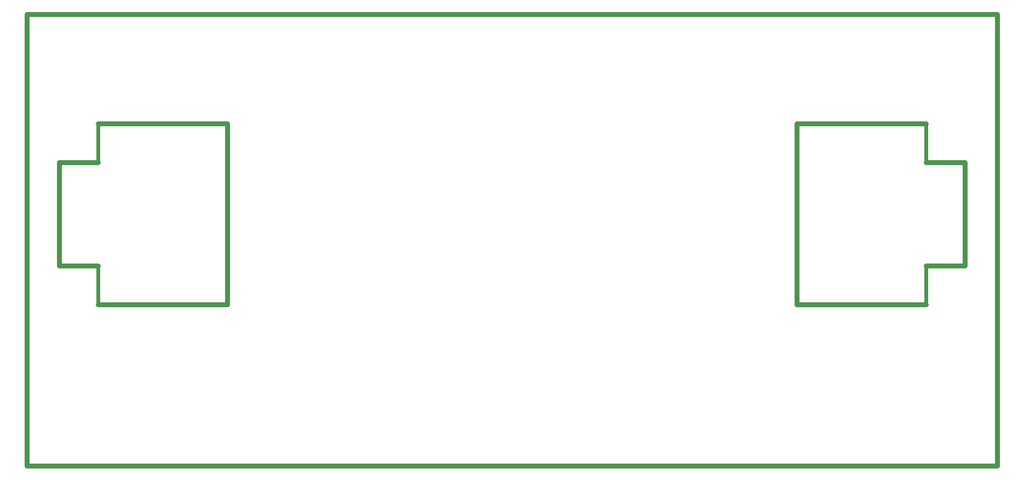
<source format=gko>
G04*
G04 #@! TF.GenerationSoftware,Altium Limited,Altium NEXUS,2.1.8 (74)*
G04*
G04 Layer_Color=16711935*
%FSLAX25Y25*%
%MOIN*%
G70*
G01*
G75*
%ADD152C,0.03150*%
%ADD153C,0.02362*%
D152*
X-0Y275591D02*
X0Y0D01*
X-0Y275591D02*
X590551Y275590D01*
X590551Y-0D01*
X570866Y122047D02*
Y185039D01*
X547244D02*
X570866D01*
X468504Y208661D02*
X547244Y208661D01*
X468504Y98425D02*
X468504Y208661D01*
X468504Y98425D02*
X547244Y98425D01*
Y122047D02*
X570866D01*
X122047Y98441D02*
X122047Y208677D01*
X19685Y122063D02*
X43307D01*
Y98441D02*
X122047Y98441D01*
X43307Y208677D02*
X122047Y208677D01*
X19685Y185055D02*
X43307D01*
X19685Y122063D02*
Y185055D01*
X0Y0D02*
X590551Y-0D01*
D153*
X547244Y185039D02*
Y208661D01*
Y98425D02*
Y122047D01*
X43307Y98441D02*
Y122063D01*
Y185055D02*
Y208677D01*
M02*

</source>
